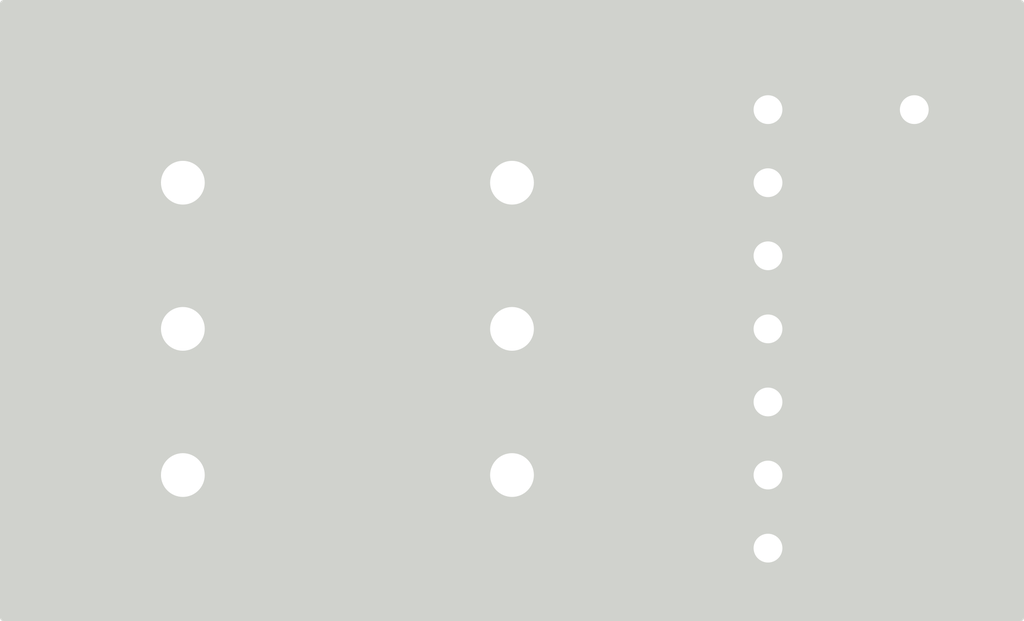
<source format=kicad_pcb>
(kicad_pcb (version 20171130) (host pcbnew "(5.1.6)-1")

  (general
    (thickness 1.6)
    (drawings 3)
    (tracks 9)
    (zones 0)
    (modules 4)
    (nets 1)
  )

  (page A4)
  (layers
    (0 F.Cu signal)
    (31 B.Cu signal)
    (32 B.Adhes user)
    (33 F.Adhes user)
    (34 B.Paste user)
    (35 F.Paste user)
    (36 B.SilkS user)
    (37 F.SilkS user)
    (38 B.Mask user)
    (39 F.Mask user)
    (40 Dwgs.User user)
    (41 Cmts.User user)
    (42 Eco1.User user)
    (43 Eco2.User user)
    (44 Edge.Cuts user)
    (45 Margin user)
    (46 B.CrtYd user)
    (47 F.CrtYd user)
    (48 B.Fab user)
    (49 F.Fab user)
  )

  (setup
    (last_trace_width 0.25)
    (trace_clearance 0.2)
    (zone_clearance 0.508)
    (zone_45_only no)
    (trace_min 0.2)
    (via_size 0.8)
    (via_drill 0.4)
    (via_min_size 0.4)
    (via_min_drill 0.3)
    (uvia_size 0.3)
    (uvia_drill 0.1)
    (uvias_allowed no)
    (uvia_min_size 0.2)
    (uvia_min_drill 0.1)
    (edge_width 0.05)
    (segment_width 0.2)
    (pcb_text_width 0.3)
    (pcb_text_size 1.5 1.5)
    (mod_edge_width 0.12)
    (mod_text_size 1 1)
    (mod_text_width 0.15)
    (pad_size 1.524 1.524)
    (pad_drill 0.762)
    (pad_to_mask_clearance 0.05)
    (aux_axis_origin 0 0)
    (visible_elements 7FFFFFFF)
    (pcbplotparams
      (layerselection 0x010fc_ffffffff)
      (usegerberextensions false)
      (usegerberattributes true)
      (usegerberadvancedattributes true)
      (creategerberjobfile true)
      (excludeedgelayer true)
      (linewidth 0.100000)
      (plotframeref false)
      (viasonmask false)
      (mode 1)
      (useauxorigin false)
      (hpglpennumber 1)
      (hpglpenspeed 20)
      (hpglpendiameter 15.000000)
      (psnegative false)
      (psa4output false)
      (plotreference true)
      (plotvalue true)
      (plotinvisibletext false)
      (padsonsilk false)
      (subtractmaskfromsilk false)
      (outputformat 1)
      (mirror false)
      (drillshape 0)
      (scaleselection 1)
      (outputdirectory "GerberFiles/"))
  )

  (net 0 "")

  (net_class Default "This is the default net class."
    (clearance 0.2)
    (trace_width 0.25)
    (via_dia 0.8)
    (via_drill 0.4)
    (uvia_dia 0.3)
    (uvia_drill 0.1)
  )

  (module Connector_PinHeader_2.54mm:PinHeader_1x07_P2.54mm_Vertical (layer F.Cu) (tedit 59FED5CC) (tstamp 5F44B867)
    (at 78.74 81.28)
    (descr "Through hole straight pin header, 1x07, 2.54mm pitch, single row")
    (tags "Through hole pin header THT 1x07 2.54mm single row")
    (fp_text reference Sensor (at 0 -2.54) (layer F.SilkS)
      (effects (font (size 1 1) (thickness 0.15)))
    )
    (fp_text value Sensor (at -2.54 7.62 90) (layer F.Fab)
      (effects (font (size 1 1) (thickness 0.15)))
    )
    (fp_line (start 1.8 -1.8) (end -1.8 -1.8) (layer F.CrtYd) (width 0.05))
    (fp_line (start 1.8 17.05) (end 1.8 -1.8) (layer F.CrtYd) (width 0.05))
    (fp_line (start -1.8 17.05) (end 1.8 17.05) (layer F.CrtYd) (width 0.05))
    (fp_line (start -1.8 -1.8) (end -1.8 17.05) (layer F.CrtYd) (width 0.05))
    (fp_line (start -1.33 -1.33) (end 0 -1.33) (layer F.SilkS) (width 0.12))
    (fp_line (start -1.33 0) (end -1.33 -1.33) (layer F.SilkS) (width 0.12))
    (fp_line (start -1.33 1.27) (end 1.33 1.27) (layer F.SilkS) (width 0.12))
    (fp_line (start 1.33 1.27) (end 1.33 16.57) (layer F.SilkS) (width 0.12))
    (fp_line (start -1.33 1.27) (end -1.33 16.57) (layer F.SilkS) (width 0.12))
    (fp_line (start -1.33 16.57) (end 1.33 16.57) (layer F.SilkS) (width 0.12))
    (fp_line (start -1.27 -0.635) (end -0.635 -1.27) (layer F.Fab) (width 0.1))
    (fp_line (start -1.27 16.51) (end -1.27 -0.635) (layer F.Fab) (width 0.1))
    (fp_line (start 1.27 16.51) (end -1.27 16.51) (layer F.Fab) (width 0.1))
    (fp_line (start 1.27 -1.27) (end 1.27 16.51) (layer F.Fab) (width 0.1))
    (fp_line (start -0.635 -1.27) (end 1.27 -1.27) (layer F.Fab) (width 0.1))
    (pad 7 thru_hole oval (at 0 15.24) (size 1.7 1.7) (drill 1) (layers *.Cu *.Mask))
    (pad 6 thru_hole oval (at 0 12.7) (size 1.7 1.7) (drill 1) (layers *.Cu *.Mask))
    (pad 5 thru_hole oval (at 0 10.16) (size 1.7 1.7) (drill 1) (layers *.Cu *.Mask))
    (pad 4 thru_hole oval (at 0 7.62) (size 1.7 1.7) (drill 1) (layers *.Cu *.Mask))
    (pad 3 thru_hole oval (at 0 5.08) (size 1.7 1.7) (drill 1) (layers *.Cu *.Mask))
    (pad 2 thru_hole oval (at 0 2.54) (size 1.7 1.7) (drill 1) (layers *.Cu *.Mask))
    (pad 1 thru_hole rect (at 0 0) (size 1.7 1.7) (drill 1) (layers *.Cu *.Mask))
    (model ${KISYS3DMOD}/Connector_PinHeader_2.54mm.3dshapes/PinHeader_1x07_P2.54mm_Vertical.wrl
      (at (xyz 0 0 0))
      (scale (xyz 1 1 1))
      (rotate (xyz 0 0 0))
    )
  )

  (module Connector_PinHeader_2.54mm:PinHeader_1x01_P2.54mm_Vertical (layer F.Cu) (tedit 59FED5CC) (tstamp 5F44BDB3)
    (at 83.82 81.28)
    (descr "Through hole straight pin header, 1x01, 2.54mm pitch, single row")
    (tags "Through hole pin header THT 1x01 2.54mm single row")
    (fp_text reference 3.3V (at 0 -2.54) (layer F.SilkS)
      (effects (font (size 1 1) (thickness 0.15)))
    )
    (fp_text value TinyTiny (at -12.7 5.08) (layer F.Fab)
      (effects (font (size 1 1) (thickness 0.15)))
    )
    (fp_line (start 1.8 -1.8) (end -1.8 -1.8) (layer F.CrtYd) (width 0.05))
    (fp_line (start 1.8 1.8) (end 1.8 -1.8) (layer F.CrtYd) (width 0.05))
    (fp_line (start -1.8 1.8) (end 1.8 1.8) (layer F.CrtYd) (width 0.05))
    (fp_line (start -1.8 -1.8) (end -1.8 1.8) (layer F.CrtYd) (width 0.05))
    (fp_line (start -1.33 -1.33) (end 0 -1.33) (layer F.SilkS) (width 0.12))
    (fp_line (start -1.33 0) (end -1.33 -1.33) (layer F.SilkS) (width 0.12))
    (fp_line (start -1.33 1.27) (end 1.33 1.27) (layer F.SilkS) (width 0.12))
    (fp_line (start 1.33 1.27) (end 1.33 1.33) (layer F.SilkS) (width 0.12))
    (fp_line (start -1.33 1.27) (end -1.33 1.33) (layer F.SilkS) (width 0.12))
    (fp_line (start -1.33 1.33) (end 1.33 1.33) (layer F.SilkS) (width 0.12))
    (fp_line (start -1.27 -0.635) (end -0.635 -1.27) (layer F.Fab) (width 0.1))
    (fp_line (start -1.27 1.27) (end -1.27 -0.635) (layer F.Fab) (width 0.1))
    (fp_line (start 1.27 1.27) (end -1.27 1.27) (layer F.Fab) (width 0.1))
    (fp_line (start 1.27 -1.27) (end 1.27 1.27) (layer F.Fab) (width 0.1))
    (fp_line (start -0.635 -1.27) (end 1.27 -1.27) (layer F.Fab) (width 0.1))
    (fp_text user %R (at 0 0 90) (layer F.Fab)
      (effects (font (size 1 1) (thickness 0.15)))
    )
    (pad 1 thru_hole rect (at 0 0) (size 1.7 1.7) (drill 1) (layers *.Cu *.Mask))
    (model ${KISYS3DMOD}/Connector_PinHeader_2.54mm.3dshapes/PinHeader_1x01_P2.54mm_Vertical.wrl
      (at (xyz 0 0 0))
      (scale (xyz 1 1 1))
      (rotate (xyz 0 0 0))
    )
  )

  (module TerminalBlock:TerminalBlock_bornier-3_P5.08mm (layer F.Cu) (tedit 59FF03B9) (tstamp 5F44AE55)
    (at 58.42 83.82 270)
    (descr "simple 3-pin terminal block, pitch 5.08mm, revamped version of bornier3")
    (tags "terminal block bornier3")
    (fp_text reference STM32 (at -3.81 0) (layer F.SilkS)
      (effects (font (size 1 1) (thickness 0.15)))
    )
    (fp_text value STM32 (at 5.08 2.54 90) (layer F.Fab)
      (effects (font (size 1 1) (thickness 0.15)))
    )
    (fp_line (start 12.88 4) (end -2.72 4) (layer F.CrtYd) (width 0.05))
    (fp_line (start 12.88 4) (end 12.88 -4) (layer F.CrtYd) (width 0.05))
    (fp_line (start -2.72 -4) (end -2.72 4) (layer F.CrtYd) (width 0.05))
    (fp_line (start -2.72 -4) (end 12.88 -4) (layer F.CrtYd) (width 0.05))
    (fp_line (start -2.54 3.81) (end 12.7 3.81) (layer F.SilkS) (width 0.12))
    (fp_line (start -2.54 -3.81) (end 12.7 -3.81) (layer F.SilkS) (width 0.12))
    (fp_line (start -2.54 2.54) (end 12.7 2.54) (layer F.SilkS) (width 0.12))
    (fp_line (start 12.7 3.81) (end 12.7 -3.81) (layer F.SilkS) (width 0.12))
    (fp_line (start -2.54 3.81) (end -2.54 -3.81) (layer F.SilkS) (width 0.12))
    (fp_line (start -2.47 3.75) (end -2.47 -3.75) (layer F.Fab) (width 0.1))
    (fp_line (start 12.63 3.75) (end -2.47 3.75) (layer F.Fab) (width 0.1))
    (fp_line (start 12.63 -3.75) (end 12.63 3.75) (layer F.Fab) (width 0.1))
    (fp_line (start -2.47 -3.75) (end 12.63 -3.75) (layer F.Fab) (width 0.1))
    (fp_line (start -2.47 2.55) (end 12.63 2.55) (layer F.Fab) (width 0.1))
    (pad 3 thru_hole circle (at 10.16 0 270) (size 3 3) (drill 1.52) (layers *.Cu *.Mask))
    (pad 2 thru_hole circle (at 5.08 0 270) (size 3 3) (drill 1.52) (layers *.Cu *.Mask))
    (pad 1 thru_hole rect (at 0 0 270) (size 3 3) (drill 1.52) (layers *.Cu *.Mask))
    (model ${KISYS3DMOD}/TerminalBlock.3dshapes/TerminalBlock_bornier-3_P5.08mm.wrl
      (offset (xyz 5.079999923706055 0 0))
      (scale (xyz 1 1 1))
      (rotate (xyz 0 0 0))
    )
  )

  (module TerminalBlock:TerminalBlock_bornier-3_P5.08mm (layer F.Cu) (tedit 59FF03B9) (tstamp 5F44AFF4)
    (at 69.85 83.82 270)
    (descr "simple 3-pin terminal block, pitch 5.08mm, revamped version of bornier3")
    (tags "terminal block bornier3")
    (fp_text reference Pi (at -3.81 0 180) (layer F.SilkS)
      (effects (font (size 1 1) (thickness 0.15)))
    )
    (fp_text value Pi (at 5.08 5.08 90) (layer F.Fab)
      (effects (font (size 1 1) (thickness 0.15)))
    )
    (fp_line (start 12.88 4) (end -2.72 4) (layer F.CrtYd) (width 0.05))
    (fp_line (start 12.88 4) (end 12.88 -4) (layer F.CrtYd) (width 0.05))
    (fp_line (start -2.72 -4) (end -2.72 4) (layer F.CrtYd) (width 0.05))
    (fp_line (start -2.72 -4) (end 12.88 -4) (layer F.CrtYd) (width 0.05))
    (fp_line (start -2.54 3.81) (end 12.7 3.81) (layer F.SilkS) (width 0.12))
    (fp_line (start -2.54 -3.81) (end 12.7 -3.81) (layer F.SilkS) (width 0.12))
    (fp_line (start -2.54 2.54) (end 12.7 2.54) (layer F.SilkS) (width 0.12))
    (fp_line (start 12.7 3.81) (end 12.7 -3.81) (layer F.SilkS) (width 0.12))
    (fp_line (start -2.54 3.81) (end -2.54 -3.81) (layer F.SilkS) (width 0.12))
    (fp_line (start -2.47 3.75) (end -2.47 -3.75) (layer F.Fab) (width 0.1))
    (fp_line (start 12.63 3.75) (end -2.47 3.75) (layer F.Fab) (width 0.1))
    (fp_line (start 12.63 -3.75) (end 12.63 3.75) (layer F.Fab) (width 0.1))
    (fp_line (start -2.47 -3.75) (end 12.63 -3.75) (layer F.Fab) (width 0.1))
    (fp_line (start -2.47 2.55) (end 12.63 2.55) (layer F.Fab) (width 0.1))
    (fp_text user %R (at 5.08 0 90) (layer F.Fab)
      (effects (font (size 1 1) (thickness 0.15)))
    )
    (pad 3 thru_hole circle (at 10.16 0 270) (size 3 3) (drill 1.52) (layers *.Cu *.Mask))
    (pad 2 thru_hole circle (at 5.08 0 270) (size 3 3) (drill 1.52) (layers *.Cu *.Mask))
    (pad 1 thru_hole rect (at 0 0 270) (size 3 3) (drill 1.52) (layers *.Cu *.Mask))
    (model ${KISYS3DMOD}/TerminalBlock.3dshapes/TerminalBlock_bornier-3_P5.08mm.wrl
      (offset (xyz 5.079999923706055 0 0))
      (scale (xyz 1 1 1))
      (rotate (xyz 0 0 0))
    )
  )

  (gr_text "Rip Samosas 2019" (at 64.77 95.25) (layer B.SilkS)
    (effects (font (size 0.5 0.5) (thickness 0.125)) (justify mirror))
  )
  (gr_text "ANSERIS I - MSG" (at 83.82 90.17 90) (layer F.SilkS)
    (effects (font (size 1 1) (thickness 0.25)))
  )
  (gr_text "I2C Bus board" (at 66.04 80.01) (layer B.SilkS)
    (effects (font (size 1.5 1.5) (thickness 0.3)) (justify mirror))
  )

  (segment (start 58.42 88.9) (end 78.74 88.9) (width 0.25) (layer F.Cu) (net 0))
  (segment (start 58.42 93.98) (end 78.74 93.98) (width 0.25) (layer F.Cu) (net 0))
  (segment (start 81.28 81.28) (end 83.82 81.28) (width 0.25) (layer F.Cu) (net 0))
  (segment (start 81.28 81.28) (end 81.28 96.52) (width 0.25) (layer F.Cu) (net 0))
  (segment (start 78.74 81.28) (end 81.28 81.28) (width 0.25) (layer F.Cu) (net 0))
  (segment (start 81.28 96.52) (end 78.74 96.52) (width 0.25) (layer F.Cu) (net 0))
  (segment (start 58.42 83.82) (end 74.93 83.82) (width 0.25) (layer F.Cu) (net 0))
  (segment (start 74.93 83.82) (end 77.47 86.36) (width 0.25) (layer F.Cu) (net 0))
  (segment (start 77.47 86.36) (end 78.74 86.36) (width 0.25) (layer F.Cu) (net 0))

  (zone (net 0) (net_name "") (layer Edge.Cuts) (tstamp 0) (hatch edge 0.508)
    (connect_pads (clearance 0.508))
    (min_thickness 0.254)
    (fill yes (arc_segments 32) (thermal_gap 0.508) (thermal_bridge_width 0.508))
    (polygon
      (pts
        (xy 87.63 99.06) (xy 52.07 99.06) (xy 52.07 77.47) (xy 87.63 77.47)
      )
    )
    (filled_polygon
      (pts
        (xy 87.503 98.933) (xy 52.197 98.933) (xy 52.197 77.597) (xy 87.503 77.597)
      )
    )
  )
)

</source>
